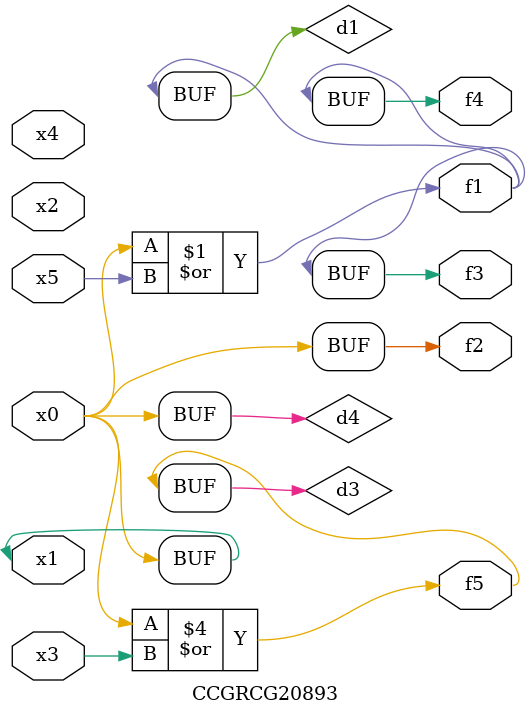
<source format=v>
module CCGRCG20893(
	input x0, x1, x2, x3, x4, x5,
	output f1, f2, f3, f4, f5
);

	wire d1, d2, d3, d4;

	or (d1, x0, x5);
	xnor (d2, x1, x4);
	or (d3, x0, x3);
	buf (d4, x0, x1);
	assign f1 = d1;
	assign f2 = d4;
	assign f3 = d1;
	assign f4 = d1;
	assign f5 = d3;
endmodule

</source>
